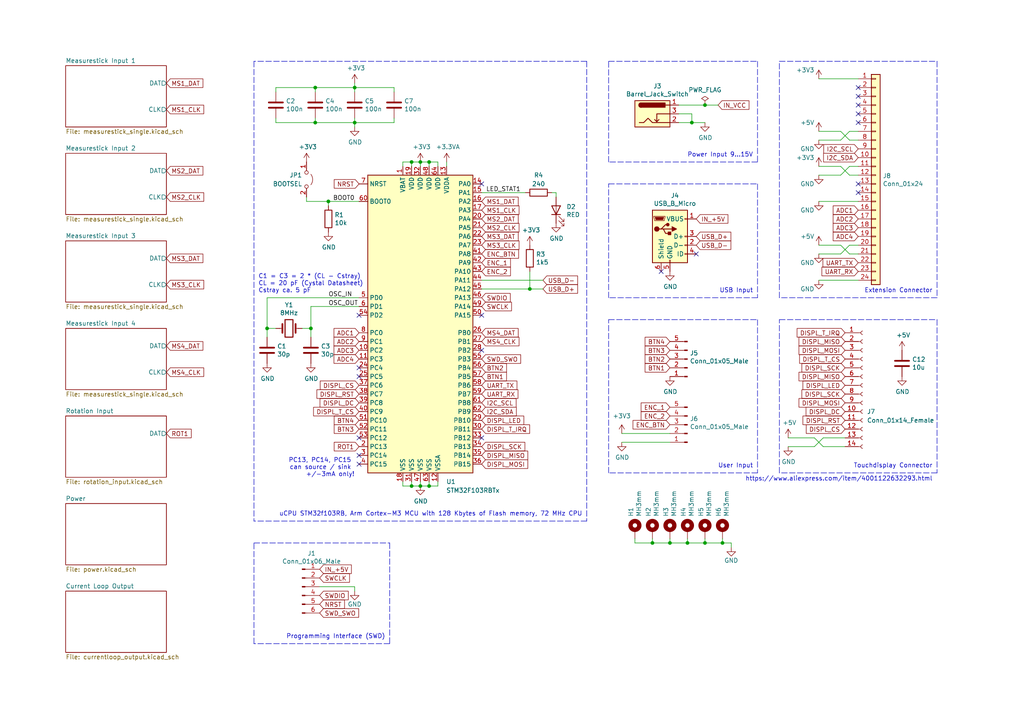
<source format=kicad_sch>
(kicad_sch (version 20211123) (generator eeschema)
  (paper "A4")
  (lib_symbols
    (symbol "Connector:Barrel_Jack_Switch" (pin_names hide)
      (property "Reference" "J" (at 0 5.334 0))
      (property "Value" "Barrel_Jack_Switch" (at 0 -5.08 0))
      (symbol "Barrel_Jack_Switch_1_1"
        (pin passive line (at 7.62 2.54 180) (length 2.54) (name "~") (number "1"))
        (pin passive line (at 7.62 -2.54 180) (length 2.54) (name "~") (number "2"))
        (pin passive line (at 7.62 0 180) (length 2.54) (name "~") (number "3"))
      )
    )
    (symbol "Connector:Conn_01x05_Male" (pin_names (offset 1.016) hide)
      (property "Reference" "J" (at 0 7.62 0))
      (property "Value" "Conn_01x05_Male" (at 0 -7.62 0))
      (symbol "Conn_01x05_Male_1_1"
        (pin passive line (at 5.08 5.08 180) (length 3.81) (name "Pin_1") (number "1"))
        (pin passive line (at 5.08 2.54 180) (length 3.81) (name "Pin_2") (number "2"))
        (pin passive line (at 5.08 0 180) (length 3.81) (name "Pin_3") (number "3"))
        (pin passive line (at 5.08 -2.54 180) (length 3.81) (name "Pin_4") (number "4"))
        (pin passive line (at 5.08 -5.08 180) (length 3.81) (name "Pin_5") (number "5"))
      )
    )
    (symbol "Connector:Conn_01x06_Male" (pin_names (offset 1.016) hide)
      (property "Reference" "J" (at 0 7.62 0))
      (property "Value" "Conn_01x06_Male" (at 0 -10.16 0))
      (symbol "Conn_01x06_Male_1_1"
        (pin passive line (at 5.08 5.08 180) (length 3.81) (name "Pin_1") (number "1"))
        (pin passive line (at 5.08 2.54 180) (length 3.81) (name "Pin_2") (number "2"))
        (pin passive line (at 5.08 0 180) (length 3.81) (name "Pin_3") (number "3"))
        (pin passive line (at 5.08 -2.54 180) (length 3.81) (name "Pin_4") (number "4"))
        (pin passive line (at 5.08 -5.08 180) (length 3.81) (name "Pin_5") (number "5"))
        (pin passive line (at 5.08 -7.62 180) (length 3.81) (name "Pin_6") (number "6"))
      )
    )
    (symbol "Connector:Conn_01x14_Female" (pin_names (offset 1.016) hide)
      (property "Reference" "J" (at 0 17.78 0))
      (property "Value" "Conn_01x14_Female" (at 0 -20.32 0))
      (symbol "Conn_01x14_Female_1_1"
        (pin passive line (at -5.08 15.24 0) (length 3.81) (name "Pin_1") (number "1"))
        (pin passive line (at -5.08 -7.62 0) (length 3.81) (name "Pin_10") (number "10"))
        (pin passive line (at -5.08 -10.16 0) (length 3.81) (name "Pin_11") (number "11"))
        (pin passive line (at -5.08 -12.7 0) (length 3.81) (name "Pin_12") (number "12"))
        (pin passive line (at -5.08 -15.24 0) (length 3.81) (name "Pin_13") (number "13"))
        (pin passive line (at -5.08 -17.78 0) (length 3.81) (name "Pin_14") (number "14"))
        (pin passive line (at -5.08 12.7 0) (length 3.81) (name "Pin_2") (number "2"))
        (pin passive line (at -5.08 10.16 0) (length 3.81) (name "Pin_3") (number "3"))
        (pin passive line (at -5.08 7.62 0) (length 3.81) (name "Pin_4") (number "4"))
        (pin passive line (at -5.08 5.08 0) (length 3.81) (name "Pin_5") (number "5"))
        (pin passive line (at -5.08 2.54 0) (length 3.81) (name "Pin_6") (number "6"))
        (pin passive line (at -5.08 0 0) (length 3.81) (name "Pin_7") (number "7"))
        (pin passive line (at -5.08 -2.54 0) (length 3.81) (name "Pin_8") (number "8"))
        (pin passive line (at -5.08 -5.08 0) (length 3.81) (name "Pin_9") (number "9"))
      )
    )
    (symbol "Connector_Generic:Conn_01x24" (pin_names (offset 1.016) hide)
      (property "Reference" "J" (at 0 30.48 0))
      (property "Value" "Conn_01x24" (at 0 -33.02 0))
      (symbol "Conn_01x24_1_1"
        (pin passive line (at -5.08 27.94 0) (length 3.81) (name "Pin_1") (number "1"))
        (pin passive line (at -5.08 5.08 0) (length 3.81) (name "Pin_10") (number "10"))
        (pin passive line (at -5.08 2.54 0) (length 3.81) (name "Pin_11") (number "11"))
        (pin passive line (at -5.08 0 0) (length 3.81) (name "Pin_12") (number "12"))
        (pin passive line (at -5.08 -2.54 0) (length 3.81) (name "Pin_13") (number "13"))
        (pin passive line (at -5.08 -5.08 0) (length 3.81) (name "Pin_14") (number "14"))
        (pin passive line (at -5.08 -7.62 0) (length 3.81) (name "Pin_15") (number "15"))
        (pin passive line (at -5.08 -10.16 0) (length 3.81) (name "Pin_16") (number "16"))
        (pin passive line (at -5.08 -12.7 0) (length 3.81) (name "Pin_17") (number "17"))
        (pin passive line (at -5.08 -15.24 0) (length 3.81) (name "Pin_18") (number "18"))
        (pin passive line (at -5.08 -17.78 0) (length 3.81) (name "Pin_19") (number "19"))
        (pin passive line (at -5.08 25.4 0) (length 3.81) (name "Pin_2") (number "2"))
        (pin passive line (at -5.08 -20.32 0) (length 3.81) (name "Pin_20") (number "20"))
        (pin passive line (at -5.08 -22.86 0) (length 3.81) (name "Pin_21") (number "21"))
        (pin passive line (at -5.08 -25.4 0) (length 3.81) (name "Pin_22") (number "22"))
        (pin passive line (at -5.08 -27.94 0) (length 3.81) (name "Pin_23") (number "23"))
        (pin passive line (at -5.08 -30.48 0) (length 3.81) (name "Pin_24") (number "24"))
        (pin passive line (at -5.08 22.86 0) (length 3.81) (name "Pin_3") (number "3"))
        (pin passive line (at -5.08 20.32 0) (length 3.81) (name "Pin_4") (number "4"))
        (pin passive line (at -5.08 17.78 0) (length 3.81) (name "Pin_5") (number "5"))
        (pin passive line (at -5.08 15.24 0) (length 3.81) (name "Pin_6") (number "6"))
        (pin passive line (at -5.08 12.7 0) (length 3.81) (name "Pin_7") (number "7"))
        (pin passive line (at -5.08 10.16 0) (length 3.81) (name "Pin_8") (number "8"))
        (pin passive line (at -5.08 7.62 0) (length 3.81) (name "Pin_9") (number "9"))
      )
    )
    (symbol "Device:C" (pin_numbers hide) (pin_names (offset 0.254))
      (property "Reference" "C" (at 0.635 2.54 0))
      (property "Value" "C" (at 0.635 -2.54 0))
      (symbol "C_1_1"
        (pin passive line (at 0 3.81 270) (length 2.794) (name "~") (number "1"))
        (pin passive line (at 0 -3.81 90) (length 2.794) (name "~") (number "2"))
      )
    )
    (symbol "Device:Crystal" (pin_numbers hide) (pin_names (offset 1.016) hide)
      (property "Reference" "Y" (at 0 3.81 0))
      (property "Value" "Crystal" (at 0 -3.81 0))
      (symbol "Crystal_1_1"
        (pin passive line (at -3.81 0 0) (length 1.27) (name "1") (number "1"))
        (pin passive line (at 3.81 0 180) (length 1.27) (name "2") (number "2"))
      )
    )
    (symbol "Device:LED" (pin_numbers hide) (pin_names (offset 1.016) hide)
      (property "Reference" "D" (at 0 2.54 0))
      (property "Value" "LED" (at 0 -2.54 0))
      (symbol "LED_1_1"
        (pin passive line (at -3.81 0 0) (length 2.54) (name "K") (number "1"))
        (pin passive line (at 3.81 0 180) (length 2.54) (name "A") (number "2"))
      )
    )
    (symbol "Device:R" (pin_numbers hide) (pin_names (offset 0))
      (property "Reference" "R" (at 2.032 0 90))
      (property "Value" "R" (at 0 0 90))
      (symbol "R_1_1"
        (pin passive line (at 0 3.81 270) (length 1.27) (name "~") (number "1"))
        (pin passive line (at 0 -3.81 90) (length 1.27) (name "~") (number "2"))
      )
    )
    (symbol "Jumper:Jumper_2_Open" (pin_names (offset 0) hide)
      (property "Reference" "JP" (at 0 2.794 0))
      (property "Value" "Jumper_2_Open" (at 0 -2.286 0))
      (symbol "Jumper_2_Open_1_1"
        (pin passive line (at -5.08 0 0) (length 2.54) (name "A") (number "1"))
        (pin passive line (at 5.08 0 180) (length 2.54) (name "B") (number "2"))
      )
    )
    (symbol "MCU_ST_STM32F1:STM32F103RBTx"
      (property "Reference" "U" (at -15.24 44.45 0))
      (property "Value" "STM32F103RBTx" (at 10.16 44.45 0))
      (symbol "STM32F103RBTx_1_1"
        (pin power_in line (at -5.08 45.72 270) (length 2.54) (name "VBAT") (number "1"))
        (pin bidirectional line (at -17.78 -7.62 0) (length 2.54) (name "PC2") (number "10"))
        (pin bidirectional line (at -17.78 -10.16 0) (length 2.54) (name "PC3") (number "11"))
        (pin power_in line (at 5.08 -45.72 90) (length 2.54) (name "VSSA") (number "12"))
        (pin power_in line (at 7.62 45.72 270) (length 2.54) (name "VDDA") (number "13"))
        (pin bidirectional line (at 17.78 40.64 180) (length 2.54) (name "PA0") (number "14"))
        (pin bidirectional line (at 17.78 38.1 180) (length 2.54) (name "PA1") (number "15"))
        (pin bidirectional line (at 17.78 35.56 180) (length 2.54) (name "PA2") (number "16"))
        (pin bidirectional line (at 17.78 33.02 180) (length 2.54) (name "PA3") (number "17"))
        (pin power_in line (at -5.08 -45.72 90) (length 2.54) (name "VSS") (number "18"))
        (pin power_in line (at -2.54 45.72 270) (length 2.54) (name "VDD") (number "19"))
        (pin bidirectional line (at -17.78 -35.56 0) (length 2.54) (name "PC13") (number "2"))
        (pin bidirectional line (at 17.78 30.48 180) (length 2.54) (name "PA4") (number "20"))
        (pin bidirectional line (at 17.78 27.94 180) (length 2.54) (name "PA5") (number "21"))
        (pin bidirectional line (at 17.78 25.4 180) (length 2.54) (name "PA6") (number "22"))
        (pin bidirectional line (at 17.78 22.86 180) (length 2.54) (name "PA7") (number "23"))
        (pin bidirectional line (at -17.78 -12.7 0) (length 2.54) (name "PC4") (number "24"))
        (pin bidirectional line (at -17.78 -15.24 0) (length 2.54) (name "PC5") (number "25"))
        (pin bidirectional line (at 17.78 -2.54 180) (length 2.54) (name "PB0") (number "26"))
        (pin bidirectional line (at 17.78 -5.08 180) (length 2.54) (name "PB1") (number "27"))
        (pin bidirectional line (at 17.78 -7.62 180) (length 2.54) (name "PB2") (number "28"))
        (pin bidirectional line (at 17.78 -27.94 180) (length 2.54) (name "PB10") (number "29"))
        (pin bidirectional line (at -17.78 -38.1 0) (length 2.54) (name "PC14") (number "3"))
        (pin bidirectional line (at 17.78 -30.48 180) (length 2.54) (name "PB11") (number "30"))
        (pin power_in line (at -2.54 -45.72 90) (length 2.54) (name "VSS") (number "31"))
        (pin power_in line (at 0 45.72 270) (length 2.54) (name "VDD") (number "32"))
        (pin bidirectional line (at 17.78 -33.02 180) (length 2.54) (name "PB12") (number "33"))
        (pin bidirectional line (at 17.78 -35.56 180) (length 2.54) (name "PB13") (number "34"))
        (pin bidirectional line (at 17.78 -38.1 180) (length 2.54) (name "PB14") (number "35"))
        (pin bidirectional line (at 17.78 -40.64 180) (length 2.54) (name "PB15") (number "36"))
        (pin bidirectional line (at -17.78 -17.78 0) (length 2.54) (name "PC6") (number "37"))
        (pin bidirectional line (at -17.78 -20.32 0) (length 2.54) (name "PC7") (number "38"))
        (pin bidirectional line (at -17.78 -22.86 0) (length 2.54) (name "PC8") (number "39"))
        (pin bidirectional line (at -17.78 -40.64 0) (length 2.54) (name "PC15") (number "4"))
        (pin bidirectional line (at -17.78 -25.4 0) (length 2.54) (name "PC9") (number "40"))
        (pin bidirectional line (at 17.78 20.32 180) (length 2.54) (name "PA8") (number "41"))
        (pin bidirectional line (at 17.78 17.78 180) (length 2.54) (name "PA9") (number "42"))
        (pin bidirectional line (at 17.78 15.24 180) (length 2.54) (name "PA10") (number "43"))
        (pin bidirectional line (at 17.78 12.7 180) (length 2.54) (name "PA11") (number "44"))
        (pin bidirectional line (at 17.78 10.16 180) (length 2.54) (name "PA12") (number "45"))
        (pin bidirectional line (at 17.78 7.62 180) (length 2.54) (name "PA13") (number "46"))
        (pin power_in line (at 0 -45.72 90) (length 2.54) (name "VSS") (number "47"))
        (pin power_in line (at 2.54 45.72 270) (length 2.54) (name "VDD") (number "48"))
        (pin bidirectional line (at 17.78 5.08 180) (length 2.54) (name "PA14") (number "49"))
        (pin input line (at -17.78 7.62 0) (length 2.54) (name "PD0") (number "5"))
        (pin bidirectional line (at 17.78 2.54 180) (length 2.54) (name "PA15") (number "50"))
        (pin bidirectional line (at -17.78 -27.94 0) (length 2.54) (name "PC10") (number "51"))
        (pin bidirectional line (at -17.78 -30.48 0) (length 2.54) (name "PC11") (number "52"))
        (pin bidirectional line (at -17.78 -33.02 0) (length 2.54) (name "PC12") (number "53"))
        (pin bidirectional line (at -17.78 2.54 0) (length 2.54) (name "PD2") (number "54"))
        (pin bidirectional line (at 17.78 -10.16 180) (length 2.54) (name "PB3") (number "55"))
        (pin bidirectional line (at 17.78 -12.7 180) (length 2.54) (name "PB4") (number "56"))
        (pin bidirectional line (at 17.78 -15.24 180) (length 2.54) (name "PB5") (number "57"))
        (pin bidirectional line (at 17.78 -17.78 180) (length 2.54) (name "PB6") (number "58"))
        (pin bidirectional line (at 17.78 -20.32 180) (length 2.54) (name "PB7") (number "59"))
        (pin input line (at -17.78 5.08 0) (length 2.54) (name "PD1") (number "6"))
        (pin input line (at -17.78 35.56 0) (length 2.54) (name "BOOT0") (number "60"))
        (pin bidirectional line (at 17.78 -22.86 180) (length 2.54) (name "PB8") (number "61"))
        (pin bidirectional line (at 17.78 -25.4 180) (length 2.54) (name "PB9") (number "62"))
        (pin power_in line (at 2.54 -45.72 90) (length 2.54) (name "VSS") (number "63"))
        (pin power_in line (at 5.08 45.72 270) (length 2.54) (name "VDD") (number "64"))
        (pin input line (at -17.78 40.64 0) (length 2.54) (name "NRST") (number "7"))
        (pin bidirectional line (at -17.78 -2.54 0) (length 2.54) (name "PC0") (number "8"))
        (pin bidirectional line (at -17.78 -5.08 0) (length 2.54) (name "PC1") (number "9"))
      )
    )
    (symbol "Mechanical:MountingHole_Pad" (pin_numbers hide) (pin_names (offset 1.016) hide)
      (property "Reference" "H" (at 0 6.35 0))
      (property "Value" "MountingHole_Pad" (at 0 4.445 0))
      (symbol "MountingHole_Pad_1_1"
        (pin input line (at 0 -2.54 90) (length 2.54) (name "1") (number "1"))
      )
    )
    (symbol "lathecontrol_stm32-rescue:USB_B_Micro-Connector" (pin_names (offset 1.016))
      (property "Reference" "J" (at -5.08 11.43 0))
      (property "Value" "lathecontrol_stm32-rescue_USB_B_Micro-Connector" (at -5.08 8.89 0))
      (symbol "USB_B_Micro-Connector_1_1"
        (pin power_out line (at 7.62 5.08 180) (length 2.54) (name "VBUS") (number "1"))
        (pin passive line (at 7.62 -2.54 180) (length 2.54) (name "D-") (number "2"))
        (pin passive line (at 7.62 0 180) (length 2.54) (name "D+") (number "3"))
        (pin passive line (at 7.62 -5.08 180) (length 2.54) (name "ID") (number "4"))
        (pin power_out line (at 0 -10.16 90) (length 2.54) (name "GND") (number "5"))
        (pin passive line (at -2.54 -10.16 90) (length 2.54) (name "Shield") (number "6"))
      )
    )
    (symbol "power:+3.3V" (power) (pin_names (offset 0))
      (property "Value" "+3.3V" (at 0 3.556 0))
      (symbol "+3.3V_1_1"
        (pin power_in line (at 0 0 90) (length 0) hide (name "+3V3") (number "1"))
      )
    )
    (symbol "power:+3.3VA" (power) (pin_names (offset 0))
      (property "Value" "+3.3VA" (at 0 3.556 0))
      (symbol "+3.3VA_1_1"
        (pin power_in line (at 0 0 90) (length 0) hide (name "+3.3VA") (number "1"))
      )
    )
    (symbol "power:+5V" (power) (pin_names (offset 0))
      (property "Value" "+5V" (at 0 3.556 0))
      (symbol "+5V_1_1"
        (pin power_in line (at 0 0 90) (length 0) hide (name "+5V") (number "1"))
      )
    )
    (symbol "power:GND" (power) (pin_names (offset 0))
      (property "Value" "GND" (at 0 -3.81 0))
      (symbol "GND_1_1"
        (pin power_in line (at 0 0 270) (length 0) hide (name "GND") (number "1"))
      )
    )
    (symbol "power:PWR_FLAG" (power) (pin_numbers hide) (pin_names (offset 0) hide)
      (property "Value" "PWR_FLAG" (at 0 3.81 0))
      (symbol "PWR_FLAG_0_0"
        (pin power_out line (at 0 0 90) (length 0) (name "pwr") (number "1"))
      )
    )
  )
  (junction (at 194.31 157.48))
  (junction (at 209.55 157.48))
  (junction (at 204.47 30.48))
  (junction (at 199.39 157.48))
  (junction (at 153.67 83.82))
  (junction (at 102.87 25.4))
  (junction (at 121.92 140.97))
  (junction (at 102.87 35.56))
  (junction (at 95.25 58.42))
  (junction (at 204.47 157.48))
  (junction (at 77.47 95.25))
  (junction (at 90.17 95.25))
  (junction (at 119.38 140.97))
  (junction (at 91.44 25.4))
  (junction (at 121.92 46.99))
  (junction (at 91.44 35.56))
  (junction (at 189.23 157.48))
  (junction (at 200.66 35.56))
  (junction (at 124.46 46.99))
  (junction (at 119.38 46.99))
  (junction (at 124.46 140.97))
  (no_connect (at 201.93 73.66))
  (no_connect (at 248.92 55.88))
  (no_connect (at 104.14 127))
  (no_connect (at 248.92 33.02))
  (no_connect (at 104.14 106.68))
  (no_connect (at 248.92 53.34))
  (no_connect (at 104.14 134.62))
  (no_connect (at 139.7 53.34))
  (no_connect (at 104.14 109.22))
  (no_connect (at 248.92 25.4))
  (no_connect (at 104.14 91.44))
  (no_connect (at 104.14 132.08))
  (no_connect (at 191.77 78.74))
  (no_connect (at 139.7 127))
  (no_connect (at 248.92 27.94))
  (no_connect (at 248.92 35.56))
  (no_connect (at 248.92 30.48))
  (no_connect (at 139.7 91.44))
  (no_connect (at 139.7 101.6))
  (wire (pts (xy 90.17 88.9) (xy 104.14 88.9)))
  (wire (pts (xy 208.28 30.48) (xy 204.47 30.48)))
  (wire (pts (xy 184.15 156.21) (xy 184.15 157.48)))
  (wire (pts (xy 228.6 127) (xy 236.22 127)))
  (wire (pts (xy 153.67 83.82) (xy 139.7 83.82)))
  (wire (pts (xy 237.49 38.1) (xy 243.84 38.1)))
  (wire (pts (xy 80.01 25.4) (xy 91.44 25.4)))
  (wire (pts (xy 80.01 26.67) (xy 80.01 25.4)))
  (wire (pts (xy 121.92 46.99) (xy 124.46 46.99)))
  (polyline (pts (xy 271.78 86.36) (xy 226.06 86.36)))
  (wire (pts (xy 196.85 33.02) (xy 200.66 33.02)))
  (wire (pts (xy 91.44 25.4) (xy 102.87 25.4)))
  (wire (pts (xy 200.66 35.56) (xy 204.47 35.56)))
  (wire (pts (xy 90.17 95.25) (xy 90.17 88.9)))
  (wire (pts (xy 77.47 86.36) (xy 77.47 95.25)))
  (wire (pts (xy 129.54 46.99) (xy 129.54 48.26)))
  (wire (pts (xy 243.84 48.26) (xy 246.38 50.8)))
  (wire (pts (xy 204.47 157.48) (xy 209.55 157.48)))
  (polyline (pts (xy 271.78 137.16) (xy 226.06 137.16)))
  (polyline (pts (xy 73.66 17.78) (xy 73.66 151.13)))
  (wire (pts (xy 91.44 26.67) (xy 91.44 25.4)))
  (wire (pts (xy 121.92 140.97) (xy 119.38 140.97)))
  (wire (pts (xy 102.87 25.4) (xy 114.3 25.4)))
  (wire (pts (xy 157.48 81.28) (xy 139.7 81.28)))
  (wire (pts (xy 248.92 58.42) (xy 237.49 58.42)))
  (polyline (pts (xy 176.53 53.34) (xy 219.71 53.34)))
  (wire (pts (xy 95.25 58.42) (xy 95.25 59.69)))
  (wire (pts (xy 184.15 157.48) (xy 189.23 157.48)))
  (polyline (pts (xy 226.06 92.71) (xy 271.78 92.71)))
  (polyline (pts (xy 226.06 137.16) (xy 226.06 92.71)))
  (wire (pts (xy 119.38 46.99) (xy 121.92 46.99)))
  (wire (pts (xy 119.38 140.97) (xy 116.84 140.97)))
  (wire (pts (xy 199.39 157.48) (xy 199.39 156.21)))
  (polyline (pts (xy 170.18 17.78) (xy 170.18 151.13)))
  (polyline (pts (xy 271.78 92.71) (xy 271.78 137.16)))
  (wire (pts (xy 236.22 129.54) (xy 238.76 127)))
  (wire (pts (xy 236.22 127) (xy 238.76 129.54)))
  (wire (pts (xy 153.67 78.74) (xy 153.67 83.82)))
  (polyline (pts (xy 176.53 17.78) (xy 219.71 17.78)))
  (polyline (pts (xy 73.66 157.48) (xy 113.03 157.48)))
  (wire (pts (xy 194.31 156.21) (xy 194.31 157.48)))
  (wire (pts (xy 237.49 50.8) (xy 243.84 50.8)))
  (wire (pts (xy 95.25 58.42) (xy 88.9 58.42)))
  (polyline (pts (xy 113.03 157.48) (xy 113.03 186.69)))
  (wire (pts (xy 180.34 128.27) (xy 194.31 128.27)))
  (wire (pts (xy 91.44 35.56) (xy 102.87 35.56)))
  (wire (pts (xy 121.92 140.97) (xy 124.46 140.97)))
  (wire (pts (xy 80.01 34.29) (xy 80.01 35.56)))
  (wire (pts (xy 243.84 71.12) (xy 246.38 73.66)))
  (wire (pts (xy 124.46 46.99) (xy 127 46.99)))
  (wire (pts (xy 104.14 58.42) (xy 95.25 58.42)))
  (polyline (pts (xy 271.78 17.78) (xy 271.78 86.36)))
  (wire (pts (xy 160.02 55.88) (xy 161.29 55.88)))
  (wire (pts (xy 77.47 95.25) (xy 80.01 95.25)))
  (wire (pts (xy 87.63 95.25) (xy 90.17 95.25)))
  (wire (pts (xy 102.87 34.29) (xy 102.87 35.56)))
  (polyline (pts (xy 176.53 46.99) (xy 176.53 17.78)))
  (wire (pts (xy 243.84 38.1) (xy 246.38 40.64)))
  (polyline (pts (xy 219.71 92.71) (xy 219.71 137.16)))
  (wire (pts (xy 246.38 40.64) (xy 248.92 40.64)))
  (wire (pts (xy 80.01 35.56) (xy 91.44 35.56)))
  (wire (pts (xy 119.38 46.99) (xy 119.38 48.26)))
  (wire (pts (xy 116.84 140.97) (xy 116.84 139.7)))
  (wire (pts (xy 161.29 55.88) (xy 161.29 57.15)))
  (wire (pts (xy 243.84 40.64) (xy 246.38 38.1)))
  (wire (pts (xy 124.46 140.97) (xy 127 140.97)))
  (wire (pts (xy 102.87 35.56) (xy 114.3 35.56)))
  (polyline (pts (xy 176.53 137.16) (xy 176.53 92.71)))
  (wire (pts (xy 121.92 46.99) (xy 121.92 48.26)))
  (wire (pts (xy 199.39 157.48) (xy 204.47 157.48)))
  (wire (pts (xy 248.92 22.86) (xy 237.49 22.86)))
  (wire (pts (xy 246.38 38.1) (xy 248.92 38.1)))
  (wire (pts (xy 228.6 129.54) (xy 236.22 129.54)))
  (wire (pts (xy 121.92 139.7) (xy 121.92 140.97)))
  (wire (pts (xy 238.76 129.54) (xy 245.11 129.54)))
  (wire (pts (xy 196.85 35.56) (xy 200.66 35.56)))
  (polyline (pts (xy 170.18 17.78) (xy 73.66 17.78)))
  (polyline (pts (xy 176.53 86.36) (xy 176.53 53.34)))
  (polyline (pts (xy 176.53 92.71) (xy 219.71 92.71)))
  (polyline (pts (xy 73.66 186.69) (xy 73.66 157.48)))
  (polyline (pts (xy 226.06 86.36) (xy 226.06 17.78)))
  (wire (pts (xy 124.46 140.97) (xy 124.46 139.7)))
  (wire (pts (xy 237.49 71.12) (xy 243.84 71.12)))
  (wire (pts (xy 119.38 46.99) (xy 116.84 46.99)))
  (polyline (pts (xy 219.71 137.16) (xy 176.53 137.16)))
  (wire (pts (xy 77.47 97.79) (xy 77.47 95.25)))
  (polyline (pts (xy 219.71 17.78) (xy 219.71 46.99)))
  (wire (pts (xy 91.44 34.29) (xy 91.44 35.56)))
  (polyline (pts (xy 219.71 46.99) (xy 176.53 46.99)))
  (wire (pts (xy 102.87 36.83) (xy 102.87 35.56)))
  (wire (pts (xy 194.31 157.48) (xy 199.39 157.48)))
  (wire (pts (xy 102.87 170.18) (xy 102.87 171.45)))
  (wire (pts (xy 102.87 26.67) (xy 102.87 25.4)))
  (wire (pts (xy 200.66 33.02) (xy 200.66 35.56)))
  (wire (pts (xy 104.14 86.36) (xy 77.47 86.36)))
  (wire (pts (xy 127 46.99) (xy 127 48.26)))
  (wire (pts (xy 102.87 24.13) (xy 102.87 25.4)))
  (wire (pts (xy 212.09 157.48) (xy 212.09 158.75)))
  (wire (pts (xy 246.38 48.26) (xy 248.92 48.26)))
  (wire (pts (xy 246.38 73.66) (xy 248.92 73.66)))
  (wire (pts (xy 119.38 139.7) (xy 119.38 140.97)))
  (wire (pts (xy 209.55 157.48) (xy 212.09 157.48)))
  (wire (pts (xy 189.23 156.21) (xy 189.23 157.48)))
  (wire (pts (xy 90.17 95.25) (xy 90.17 97.79)))
  (wire (pts (xy 92.71 170.18) (xy 102.87 170.18)))
  (wire (pts (xy 237.49 40.64) (xy 243.84 40.64)))
  (wire (pts (xy 116.84 46.99) (xy 116.84 48.26)))
  (wire (pts (xy 189.23 157.48) (xy 194.31 157.48)))
  (wire (pts (xy 238.76 127) (xy 245.11 127)))
  (wire (pts (xy 237.49 73.66) (xy 243.84 73.66)))
  (polyline (pts (xy 170.18 151.13) (xy 73.66 151.13)))
  (wire (pts (xy 114.3 26.67) (xy 114.3 25.4)))
  (wire (pts (xy 243.84 50.8) (xy 246.38 48.26)))
  (wire (pts (xy 127 140.97) (xy 127 139.7)))
  (wire (pts (xy 139.7 55.88) (xy 152.4 55.88)))
  (polyline (pts (xy 219.71 86.36) (xy 176.53 86.36)))
  (wire (pts (xy 209.55 157.48) (xy 209.55 156.21)))
  (polyline (pts (xy 113.03 186.69) (xy 73.66 186.69)))
  (wire (pts (xy 196.85 30.48) (xy 204.47 30.48)))
  (polyline (pts (xy 219.71 53.34) (xy 219.71 86.36)))
  (wire (pts (xy 246.38 71.12) (xy 248.92 71.12)))
  (wire (pts (xy 88.9 58.42) (xy 88.9 57.15)))
  (wire (pts (xy 237.49 48.26) (xy 243.84 48.26)))
  (wire (pts (xy 246.38 50.8) (xy 248.92 50.8)))
  (wire (pts (xy 243.84 73.66) (xy 246.38 71.12)))
  (polyline (pts (xy 226.06 17.78) (xy 271.78 17.78)))
  (wire (pts (xy 204.47 157.48) (xy 204.47 156.21)))
  (wire (pts (xy 114.3 34.29) (xy 114.3 35.56)))
  (wire (pts (xy 194.31 125.73) (xy 180.34 125.73)))
  (wire (pts (xy 124.46 46.99) (xy 124.46 48.26)))
  (wire (pts (xy 237.49 81.28) (xy 248.92 81.28)))
  (wire (pts (xy 157.48 83.82) (xy 153.67 83.82)))
  (text "PC13, PC14, PC15 \ncan source / sink \n+/-3mA only!\n" (at 102.87 138.43 0) (effects (font (size 1.27 1.27)) (justify right bottom)))
  (text "https://www.aliexpress.com/item/4001122632293.html" (at 270.51 139.7 0) (effects (font (size 1.27 1.27)) (justify right bottom)))
  (text "USB Input" (at 218.44 85.09 180) (effects (font (size 1.27 1.27)) (justify right bottom)))
  (text "Touchdisplay Connector" (at 270.51 135.89 180) (effects (font (size 1.27 1.27)) (justify right bottom)))
  (text "Power Input 9...15V" (at 218.44 45.72 180) (effects (font (size 1.27 1.27)) (justify right bottom)))
  (text "Programming Interface (SWD)" (at 111.76 185.42 180) (effects (font (size 1.27 1.27)) (justify right bottom)))
  (text "uCPU STM32f103RB, Arm Cortex-M3 MCU with 128 Kbytes of Flash memory, 72 MHz CPU" (at 168.91 149.86 0) (effects (font (size 1.27 1.27)) (justify right bottom)))
  (text "User Input" (at 218.44 135.89 180) (effects (font (size 1.27 1.27)) (justify right bottom)))
  (text "Extension Connector" (at 270.51 85.09 180) (effects (font (size 1.27 1.27)) (justify right bottom)))
  (text "C1 = C3 = 2 * (CL - Cstray)\nCL = 20 pF (Cystal Datasheet)\nCstray ca. 5 pF" (at 74.93 85.09 0) (effects (font (size 1.27 1.27)) (justify left bottom)))
  (label "OSC_OUT" (at 95.25 88.9 0))
  (label "BOOT0" (at 102.87 58.42 180))
  (label "LED_STAT1" (at 140.97 55.88 0))
  (label "OSC_IN" (at 95.25 86.36 0))
  (global_label "SWD_SWO" (shape input) (at 139.7 104.14 0) (property "Intersheet References" "${INTERSHEET_REFS}" (effects hide)))
  (global_label "ENC_1" (shape input) (at 139.7 76.2 0) (property "Intersheet References" "${INTERSHEET_REFS}" (effects hide)))
  (global_label "ENC_2" (shape input) (at 194.31 120.65 180) (property "Intersheet References" "${INTERSHEET_REFS}" (effects hide)))
  (global_label "DISPL_LED" (shape input) (at 139.7 121.92 0) (property "Intersheet References" "${INTERSHEET_REFS}" (effects hide)))
  (global_label "DISPL_MISO" (shape input) (at 139.7 132.08 0) (property "Intersheet References" "${INTERSHEET_REFS}" (effects hide)))
  (global_label "MS3_DAT" (shape input) (at 48.26 74.93 0) (property "Intersheet References" "${INTERSHEET_REFS}" (effects hide)))
  (global_label "ENC_BTN" (shape input) (at 194.31 123.19 180) (property "Intersheet References" "${INTERSHEET_REFS}" (effects hide)))
  (global_label "IN_VCC" (shape input) (at 208.28 30.48 0) (property "Intersheet References" "${INTERSHEET_REFS}" (effects hide)))
  (global_label "DISPL_T_IRQ" (shape input) (at 139.7 124.46 0) (property "Intersheet References" "${INTERSHEET_REFS}" (effects hide)))
  (global_label "I2C_SCL" (shape input) (at 248.92 43.18 180) (property "Intersheet References" "${INTERSHEET_REFS}" (effects hide)))
  (global_label "DISPL_LED" (shape input) (at 245.11 111.76 180) (property "Intersheet References" "${INTERSHEET_REFS}" (effects hide)))
  (global_label "DISPL_CS" (shape input) (at 104.14 111.76 180) (property "Intersheet References" "${INTERSHEET_REFS}" (effects hide)))
  (global_label "MS1_DAT" (shape input) (at 48.26 24.13 0) (property "Intersheet References" "${INTERSHEET_REFS}" (effects hide)))
  (global_label "BTN3" (shape input) (at 194.31 101.6 180) (property "Intersheet References" "${INTERSHEET_REFS}" (effects hide)))
  (global_label "MS2_CLK" (shape input) (at 48.26 57.15 0) (property "Intersheet References" "${INTERSHEET_REFS}" (effects hide)))
  (global_label "ADC3" (shape input) (at 248.92 66.04 180) (property "Intersheet References" "${INTERSHEET_REFS}" (effects hide)))
  (global_label "DISPL_DC" (shape input) (at 245.11 119.38 180) (property "Intersheet References" "${INTERSHEET_REFS}" (effects hide)))
  (global_label "SWDIO" (shape input) (at 139.7 86.36 0) (property "Intersheet References" "${INTERSHEET_REFS}" (effects hide)))
  (global_label "ENC_1" (shape input) (at 194.31 118.11 180) (property "Intersheet References" "${INTERSHEET_REFS}" (effects hide)))
  (global_label "BTN2" (shape input) (at 139.7 106.68 0) (property "Intersheet References" "${INTERSHEET_REFS}" (effects hide)))
  (global_label "USB_D-" (shape input) (at 201.93 71.12 0) (property "Intersheet References" "${INTERSHEET_REFS}" (effects hide)))
  (global_label "DISPL_DC" (shape input) (at 104.14 116.84 180) (property "Intersheet References" "${INTERSHEET_REFS}" (effects hide)))
  (global_label "ROT1" (shape input) (at 104.14 129.54 180) (property "Intersheet References" "${INTERSHEET_REFS}" (effects hide)))
  (global_label "BTN2" (shape input) (at 194.31 104.14 180) (property "Intersheet References" "${INTERSHEET_REFS}" (effects hide)))
  (global_label "ADC2" (shape input) (at 248.92 63.5 180) (property "Intersheet References" "${INTERSHEET_REFS}" (effects hide)))
  (global_label "I2C_SCL" (shape input) (at 139.7 116.84 0) (property "Intersheet References" "${INTERSHEET_REFS}" (effects hide)))
  (global_label "DISPL_RST" (shape input) (at 245.11 121.92 180) (property "Intersheet References" "${INTERSHEET_REFS}" (effects hide)))
  (global_label "USB_D+" (shape input) (at 157.48 83.82 0) (property "Intersheet References" "${INTERSHEET_REFS}" (effects hide)))
  (global_label "ADC1" (shape input) (at 248.92 60.96 180) (property "Intersheet References" "${INTERSHEET_REFS}" (effects hide)))
  (global_label "DISPL_SCK" (shape input) (at 245.11 114.3 180) (property "Intersheet References" "${INTERSHEET_REFS}" (effects hide)))
  (global_label "USB_D+" (shape input) (at 201.93 68.58 0) (property "Intersheet References" "${INTERSHEET_REFS}" (effects hide)))
  (global_label "MS2_DAT" (shape input) (at 48.26 49.53 0) (property "Intersheet References" "${INTERSHEET_REFS}" (effects hide)))
  (global_label "DISPL_SCK" (shape input) (at 245.11 106.68 180) (property "Intersheet References" "${INTERSHEET_REFS}" (effects hide)))
  (global_label "MS1_CLK" (shape input) (at 48.26 31.75 0) (property "Intersheet References" "${INTERSHEET_REFS}" (effects hide)))
  (global_label "DISPL_MOSI" (shape input) (at 139.7 134.62 0) (property "Intersheet References" "${INTERSHEET_REFS}" (effects hide)))
  (global_label "MS3_CLK" (shape input) (at 139.7 71.12 0) (property "Intersheet References" "${INTERSHEET_REFS}" (effects hide)))
  (global_label "SWCLK" (shape input) (at 92.71 167.64 0) (property "Intersheet References" "${INTERSHEET_REFS}" (effects hide)))
  (global_label "ENC_2" (shape input) (at 139.7 78.74 0) (property "Intersheet References" "${INTERSHEET_REFS}" (effects hide)))
  (global_label "MS2_CLK" (shape input) (at 139.7 66.04 0) (property "Intersheet References" "${INTERSHEET_REFS}" (effects hide)))
  (global_label "MS4_DAT" (shape input) (at 48.26 100.33 0) (property "Intersheet References" "${INTERSHEET_REFS}" (effects hide)))
  (global_label "UART_TX" (shape input) (at 139.7 111.76 0) (property "Intersheet References" "${INTERSHEET_REFS}" (effects hide)))
  (global_label "I2C_SDA" (shape input) (at 139.7 119.38 0) (property "Intersheet References" "${INTERSHEET_REFS}" (effects hide)))
  (global_label "ROT1" (shape input) (at 48.26 125.73 0) (property "Intersheet References" "${INTERSHEET_REFS}" (effects hide)))
  (global_label "BTN1" (shape input) (at 139.7 109.22 0) (property "Intersheet References" "${INTERSHEET_REFS}" (effects hide)))
  (global_label "DISPL_RST" (shape input) (at 104.14 114.3 180) (property "Intersheet References" "${INTERSHEET_REFS}" (effects hide)))
  (global_label "DISPL_MOSI" (shape input) (at 245.11 101.6 180) (property "Intersheet References" "${INTERSHEET_REFS}" (effects hide)))
  (global_label "NRST" (shape input) (at 104.14 53.34 180) (property "Intersheet References" "${INTERSHEET_REFS}" (effects hide)))
  (global_label "SWCLK" (shape input) (at 139.7 88.9 0) (property "Intersheet References" "${INTERSHEET_REFS}" (effects hide)))
  (global_label "NRST" (shape input) (at 92.71 175.26 0) (property "Intersheet References" "${INTERSHEET_REFS}" (effects hide)))
  (global_label "ADC2" (shape input) (at 104.14 99.06 180) (property "Intersheet References" "${INTERSHEET_REFS}" (effects hide)))
  (global_label "ENC_BTN" (shape input) (at 139.7 73.66 0) (property "Intersheet References" "${INTERSHEET_REFS}" (effects hide)))
  (global_label "DISPL_CS" (shape input) (at 245.11 124.46 180) (property "Intersheet References" "${INTERSHEET_REFS}" (effects hide)))
  (global_label "MS4_CLK" (shape input) (at 48.26 107.95 0) (property "Intersheet References" "${INTERSHEET_REFS}" (effects hide)))
  (global_label "SWDIO" (shape input) (at 92.71 172.72 0) (property "Intersheet References" "${INTERSHEET_REFS}" (effects hide)))
  (global_label "DISPL_T_CS" (shape input) (at 245.11 104.14 180) (property "Intersheet References" "${INTERSHEET_REFS}" (effects hide)))
  (global_label "MS3_CLK" (shape input) (at 48.26 82.55 0) (property "Intersheet References" "${INTERSHEET_REFS}" (effects hide)))
  (global_label "MS2_DAT" (shape input) (at 139.7 63.5 0) (property "Intersheet References" "${INTERSHEET_REFS}" (effects hide)))
  (global_label "MS1_CLK" (shape input) (at 139.7 60.96 0) (property "Intersheet References" "${INTERSHEET_REFS}" (effects hide)))
  (global_label "ADC4" (shape input) (at 248.92 68.58 180) (property "Intersheet References" "${INTERSHEET_REFS}" (effects hide)))
  (global_label "MS3_DAT" (shape input) (at 139.7 68.58 0) (property "Intersheet References" "${INTERSHEET_REFS}" (effects hide)))
  (global_label "USB_D-" (shape input) (at 157.48 81.28 0) (property "Intersheet References" "${INTERSHEET_REFS}" (effects hide)))
  (global_label "BTN3" (shape input) (at 104.14 124.46 180) (property "Intersheet References" "${INTERSHEET_REFS}" (effects hide)))
  (global_label "DISPL_MISO" (shape input) (at 245.11 109.22 180) (property "Intersheet References" "${INTERSHEET_REFS}" (effects hide)))
  (global_label "UART_TX" (shape input) (at 248.92 76.2 180) (property "Intersheet References" "${INTERSHEET_REFS}" (effects hide)))
  (global_label "DISPL_MOSI" (shape input) (at 245.11 116.84 180) (property "Intersheet References" "${INTERSHEET_REFS}" (effects hide)))
  (global_label "UART_RX" (shape input) (at 248.92 78.74 180) (property "Intersheet References" "${INTERSHEET_REFS}" (effects hide)))
  (global_label "DISPL_T_IRQ" (shape input) (at 245.11 96.52 180) (property "Intersheet References" "${INTERSHEET_REFS}" (effects hide)))
  (global_label "UART_RX" (shape input) (at 139.7 114.3 0) (property "Intersheet References" "${INTERSHEET_REFS}" (effects hide)))
  (global_label "BTN4" (shape input) (at 194.31 99.06 180) (property "Intersheet References" "${INTERSHEET_REFS}" (effects hide)))
  (global_label "IN_+5V" (shape input) (at 201.93 63.5 0) (property "Intersheet References" "${INTERSHEET_REFS}" (effects hide)))
  (global_label "MS1_DAT" (shape input) (at 139.7 58.42 0) (property "Intersheet References" "${INTERSHEET_REFS}" (effects hide)))
  (global_label "ADC4" (shape input) (at 104.14 104.14 180) (property "Intersheet References" "${INTERSHEET_REFS}" (effects hide)))
  (global_label "I2C_SDA" (shape input) (at 248.92 45.72 180) (property "Intersheet References" "${INTERSHEET_REFS}" (effects hide)))
  (global_label "ADC1" (shape input) (at 104.14 96.52 180) (property "Intersheet References" "${INTERSHEET_REFS}" (effects hide)))
  (global_label "DISPL_MISO" (shape input) (at 245.11 99.06 180) (property "Intersheet References" "${INTERSHEET_REFS}" (effects hide)))
  (global_label "BTN1" (shape input) (at 194.31 106.68 180) (property "Intersheet References" "${INTERSHEET_REFS}" (effects hide)))
  (global_label "IN_+5V" (shape input) (at 92.71 165.1 0) (property "Intersheet References" "${INTERSHEET_REFS}" (effects hide)))
  (global_label "DISPL_T_CS" (shape input) (at 104.14 119.38 180) (property "Intersheet References" "${INTERSHEET_REFS}" (effects hide)))
  (global_label "ADC3" (shape input) (at 104.14 101.6 180) (property "Intersheet References" "${INTERSHEET_REFS}" (effects hide)))
  (global_label "MS4_DAT" (shape input) (at 139.7 96.52 0) (property "Intersheet References" "${INTERSHEET_REFS}" (effects hide)))
  (global_label "BTN4" (shape input) (at 104.14 121.92 180) (property "Intersheet References" "${INTERSHEET_REFS}" (effects hide)))
  (global_label "DISPL_SCK" (shape input) (at 139.7 129.54 0) (property "Intersheet References" "${INTERSHEET_REFS}" (effects hide)))
  (global_label "SWD_SWO" (shape input) (at 92.71 177.8 0) (property "Intersheet References" "${INTERSHEET_REFS}" (effects hide)))
  (global_label "MS4_CLK" (shape input) (at 139.7 99.06 0) (property "Intersheet References" "${INTERSHEET_REFS}" (effects hide)))
  (symbol (lib_id "power:GND") (at 121.92 140.97 0) (unit 1)
    (property "Reference" "#PWR08" (effects hide))
    (property "Value" "GND" (at 122.047 145.3642 0))
  )
  (symbol (lib_id "power:+3.3V") (at 121.92 46.99 0) (unit 1)
    (property "Reference" "#PWR09" (effects hide))
    (property "Value" "+3.3V" (at 122.301 42.5958 0))
  )
  (symbol (lib_id "power:+3.3V") (at 102.87 24.13 0) (unit 1)
    (property "Reference" "#PWR06" (effects hide))
    (property "Value" "+3.3V" (at 103.251 19.7358 0))
  )
  (symbol (lib_id "power:GND") (at 102.87 36.83 0) (unit 1)
    (property "Reference" "#PWR07" (effects hide))
    (property "Value" "GND" (at 102.997 41.2242 0))
  )
  (symbol (lib_id "Device:C") (at 102.87 30.48 0) (unit 1)
    (property "Reference" "C5" (at 105.791 29.3116 0) (effects (justify left)))
    (property "Value" "100n" (at 105.791 31.623 0) (effects (justify left)))
    (property "Footprint" "Capacitor_SMD:C_0603_1608Metric" (effects hide))
    (property "Datasheet" "https://datasheet.lcsc.com/szlcsc/YAGEO-CC0603KRX7R9BB104_C14663.pdf" (effects hide))
    (property "LCSC" "C14663" (effects hide))
  )
  (symbol (lib_id "Device:C") (at 91.44 30.48 0) (unit 1)
    (property "Reference" "C4" (at 94.361 29.3116 0) (effects (justify left)))
    (property "Value" "100n" (at 94.361 31.623 0) (effects (justify left)))
    (property "Footprint" "Capacitor_SMD:C_0603_1608Metric" (effects hide))
    (property "Datasheet" "https://datasheet.lcsc.com/szlcsc/YAGEO-CC0603KRX7R9BB104_C14663.pdf" (effects hide))
    (property "LCSC" "C14663" (effects hide))
  )
  (symbol (lib_id "Device:C") (at 114.3 30.48 0) (unit 1)
    (property "Reference" "C7" (at 117.221 29.3116 0) (effects (justify left)))
    (property "Value" "100n" (at 117.221 31.623 0) (effects (justify left)))
    (property "Footprint" "Capacitor_SMD:C_0603_1608Metric" (effects hide))
    (property "Datasheet" "https://datasheet.lcsc.com/szlcsc/YAGEO-CC0603KRX7R9BB104_C14663.pdf" (effects hide))
    (property "LCSC" "C14663" (effects hide))
  )
  (symbol (lib_id "Device:C") (at 80.01 30.48 0) (unit 1)
    (property "Reference" "C2" (at 82.931 29.3116 0) (effects (justify left)))
    (property "Value" "100n" (at 82.931 31.623 0) (effects (justify left)))
    (property "Footprint" "Capacitor_SMD:C_0603_1608Metric" (effects hide))
    (property "Datasheet" "https://datasheet.lcsc.com/szlcsc/YAGEO-CC0603KRX7R9BB104_C14663.pdf" (effects hide))
    (property "LCSC" "C14663" (effects hide))
  )
  (symbol (lib_id "Device:Crystal") (at 83.82 95.25 0) (unit 1)
    (property "Reference" "Y1" (at 83.82 88.4428 0))
    (property "Value" "8MHz" (at 83.82 90.7542 0))
    (property "Footprint" "Crystal:Crystal_SMD_5032-2Pin_5.0x3.2mm" (effects hide))
    (property "Datasheet" "https://datasheet.lcsc.com/szlcsc/1809192319_Yangxing-Tech-X50328MSB2GI_C115962.pdf" (effects hide))
    (property "LCSC" "C115962" (effects hide))
  )
  (symbol (lib_id "Device:C") (at 77.47 101.6 0) (unit 1)
    (property "Reference" "C1" (at 80.391 100.4316 0) (effects (justify left)))
    (property "Value" "30p" (at 80.391 102.743 0) (effects (justify left)))
    (property "Footprint" "Capacitor_SMD:C_0603_1608Metric" (effects hide))
    (property "Datasheet" "https://datasheet.lcsc.com/szlcsc/1809300925_Samsung-Electro-Mechanics-CL10C300JB8NNNC_C22397.pdf" (effects hide))
    (property "LCSC" "C22397" (effects hide))
  )
  (symbol (lib_id "Device:C") (at 90.17 101.6 0) (unit 1)
    (property "Reference" "C3" (at 93.091 100.4316 0) (effects (justify left)))
    (property "Value" "30p" (at 93.091 102.743 0) (effects (justify left)))
    (property "Footprint" "Capacitor_SMD:C_0603_1608Metric" (effects hide))
    (property "Datasheet" "https://datasheet.lcsc.com/szlcsc/1809300925_Samsung-Electro-Mechanics-CL10C300JB8NNNC_C22397.pdf" (effects hide))
    (property "LCSC" "C22397" (effects hide))
  )
  (symbol (lib_id "MCU_ST_STM32F1:STM32F103RBTx") (at 121.92 93.98 0) (unit 1)
    (property "Reference" "U1" (at 130.81 139.7 0))
    (property "Value" "STM32F103RBTx" (at 137.16 142.24 0))
    (property "Footprint" "Package_QFP:LQFP-64_10x10mm_P0.5mm" (effects hide))
    (property "Datasheet" "http://www.st.com/st-web-ui/static/active/en/resource/technical/document/datasheet/CD00161566.pdf" (effects hide))
  )
  (symbol (lib_id "power:GND") (at 77.47 105.41 0) (unit 1)
    (property "Reference" "#PWR01" (effects hide))
    (property "Value" "GND" (at 77.597 109.8042 0))
  )
  (symbol (lib_id "power:GND") (at 90.17 105.41 0) (unit 1)
    (property "Reference" "#PWR04" (effects hide))
    (property "Value" "GND" (at 90.297 109.8042 0))
  )
  (symbol (lib_id "power:+3.3V") (at 153.67 71.12 0) (unit 1)
    (property "Reference" "#PWR014" (effects hide))
    (property "Value" "+3.3V" (at 154.051 66.7258 0))
  )
  (symbol (lib_id "Device:R") (at 153.67 74.93 0) (unit 1)
    (property "Reference" "R3" (at 155.448 73.7616 0) (effects (justify left)))
    (property "Value" "1k5" (at 155.448 76.073 0) (effects (justify left)))
    (property "Footprint" "Resistor_SMD:R_0603_1608Metric" (effects hide))
    (property "LCSC" "C22843" (effects hide))
  )
  (symbol (lib_id "power:GND") (at 102.87 171.45 0) (unit 1)
    (property "Reference" "#PWR03" (effects hide))
    (property "Value" "GND" (at 102.87 175.26 0))
  )
  (symbol (lib_id "power:GND") (at 237.49 58.42 0) (unit 1)
    (property "Reference" "#PWR031" (effects hide))
    (property "Value" "GND" (at 236.22 60.96 0) (effects (justify right)))
  )
  (symbol (lib_id "power:+5V") (at 237.49 71.12 0) (unit 1)
    (property "Reference" "#PWR032" (effects hide))
    (property "Value" "+5V" (at 236.22 68.58 0) (effects (justify right)))
  )
  (symbol (lib_id "Connector:Conn_01x14_Female") (at 250.19 111.76 0) (unit 1)
    (property "Reference" "J7" (at 251.46 119.38 0) (effects (justify left)))
    (property "Value" "Conn_01x14_Female" (at 251.46 121.92 0) (effects (justify left)))
    (property "Footprint" "Connector_PinSocket_2.54mm:PinSocket_1x14_P2.54mm_Vertical" (effects hide))
  )
  (symbol (lib_id "power:GND") (at 228.6 129.54 0) (unit 1)
    (property "Reference" "#PWR025" (effects hide))
    (property "Value" "GND" (at 228.727 133.9342 0))
  )
  (symbol (lib_id "power:+5V") (at 228.6 127 0) (unit 1)
    (property "Reference" "#PWR024" (effects hide))
    (property "Value" "+5V" (at 228.981 122.6058 0))
  )
  (symbol (lib_id "Connector_Generic:Conn_01x24") (at 254 50.8 0) (unit 1)
    (property "Reference" "J8" (at 256.032 51.0032 0) (effects (justify left)))
    (property "Value" "Conn_01x24" (at 256.032 53.3146 0) (effects (justify left)))
    (property "Footprint" "Lathecontrol_STM32:FFC_FPC_1x24_DualSide_JUSHUO_AFC24-S24FIC-00" (effects hide))
    (property "Datasheet" "https://datasheet.lcsc.com/szlcsc/1811021330_JUSHUO-AFC24-S24FIC-00_C262292.pdf" (effects hide))
    (property "LCSC" "C262292" (effects hide))
  )
  (symbol (lib_id "power:+3.3V") (at 237.49 22.86 0) (unit 1)
    (property "Reference" "#PWR026" (effects hide))
    (property "Value" "+3.3V" (at 236.22 20.32 0) (effects (justify right)))
  )
  (symbol (lib_id "Connector:Conn_01x05_Male") (at 199.39 123.19 180) (unit 1)
    (property "Reference" "J6" (at 200.1012 121.4628 0) (effects (justify right)))
    (property "Value" "Conn_01x05_Male" (at 200.1012 123.7742 0) (effects (justify right)))
    (property "Footprint" "Connector_PinHeader_2.54mm:PinHeader_1x05_P2.54mm_Horizontal" (effects hide))
  )
  (symbol (lib_id "power:GND") (at 180.34 128.27 0) (unit 1)
    (property "Reference" "#PWR017" (effects hide))
    (property "Value" "GND" (at 180.467 132.6642 0))
  )
  (symbol (lib_id "Connector:Conn_01x05_Male") (at 199.39 104.14 180) (unit 1)
    (property "Reference" "J5" (at 200.1012 102.4128 0) (effects (justify right)))
    (property "Value" "Conn_01x05_Male" (at 200.1012 104.7242 0) (effects (justify right)))
    (property "Footprint" "Connector_PinHeader_2.54mm:PinHeader_1x06_P2.54mm_Horizontal" (effects hide))
  )
  (symbol (lib_id "power:GND") (at 194.31 109.22 0) (unit 1)
    (property "Reference" "#PWR019" (effects hide))
    (property "Value" "GND" (at 194.437 113.6142 0))
  )
  (symbol (lib_id "power:GND") (at 237.49 73.66 0) (unit 1)
    (property "Reference" "#PWR033" (effects hide))
    (property "Value" "GND" (at 236.22 76.2 0) (effects (justify right)))
  )
  (symbol (lib_id "lathecontrol_stm32-rescue:USB_B_Micro-Connector") (at 194.31 68.58 0) (unit 1)
    (property "Reference" "J4" (at 195.7578 56.7182 0))
    (property "Value" "USB_B_Micro" (at 195.7578 59.0296 0))
    (property "Footprint" "Lathecontrol_STM32:USB_Micro-B_SHOU_HAN_MicroXNJ" (effects hide))
    (property "Datasheet" "https://datasheet.lcsc.com/szlcsc/1912111437_SHOU-HAN-MicroXNJ_C404969.pdf" (effects hide))
    (property "LCSC" "C404969" (effects hide))
  )
  (symbol (lib_id "power:GND") (at 237.49 50.8 0) (unit 1)
    (property "Reference" "#PWR030" (effects hide))
    (property "Value" "GND" (at 236.22 53.34 0) (effects (justify right)))
  )
  (symbol (lib_id "power:+3.3V") (at 237.49 48.26 0) (unit 1)
    (property "Reference" "#PWR029" (effects hide))
    (property "Value" "+3.3V" (at 236.22 45.72 0) (effects (justify right)))
  )
  (symbol (lib_id "power:GND") (at 194.31 78.74 0) (unit 1)
    (property "Reference" "#PWR018" (effects hide))
    (property "Value" "GND" (at 194.437 83.1342 0))
  )
  (symbol (lib_id "power:GND") (at 237.49 40.64 0) (unit 1)
    (property "Reference" "#PWR028" (effects hide))
    (property "Value" "GND" (at 236.22 43.18 0) (effects (justify right)))
  )
  (symbol (lib_id "power:GND") (at 237.49 81.28 0) (unit 1)
    (property "Reference" "#PWR034" (effects hide))
    (property "Value" "GND" (at 236.22 83.82 0) (effects (justify right)))
  )
  (symbol (lib_id "power:+5V") (at 237.49 38.1 0) (unit 1)
    (property "Reference" "#PWR027" (effects hide))
    (property "Value" "+5V" (at 236.22 35.56 0) (effects (justify right)))
  )
  (symbol (lib_id "Connector:Conn_01x06_Male") (at 87.63 170.18 0) (unit 1)
    (property "Reference" "J1" (at 90.3732 160.5026 0))
    (property "Value" "Conn_01x06_Male" (at 90.3732 162.814 0))
    (property "Footprint" "Connector_PinHeader_2.54mm:PinHeader_1x06_P2.54mm_Vertical" (effects hide))
  )
  (symbol (lib_id "Connector:Barrel_Jack_Switch") (at 189.23 33.02 0) (unit 1)
    (property "Reference" "J3" (at 190.6778 24.9682 0))
    (property "Value" "Barrel_Jack_Switch" (at 190.6778 27.2796 0))
    (property "Footprint" "Lathecontrol_STM32:BarrelJack_Horizontal_DC-005-20A" (effects hide))
    (property "Datasheet" "https://datasheet.lcsc.com/szlcsc/1811082118_Korean-Hroparts-Elec-DC-005-20A_C136744.pdf" (effects hide))
    (property "LCSC" "C136744" (effects hide))
  )
  (symbol (lib_id "power:GND") (at 204.47 35.56 0) (unit 1)
    (property "Reference" "#PWR020" (effects hide))
    (property "Value" "GND" (at 204.597 39.9542 0))
  )
  (symbol (lib_id "power:PWR_FLAG") (at 204.47 30.48 0) (unit 1)
    (property "Reference" "#FLG01" (effects hide))
    (property "Value" "PWR_FLAG" (at 204.47 26.0858 0))
  )
  (symbol (lib_id "power:GND") (at 261.62 109.22 0) (unit 1)
    (property "Reference" "#PWR015" (effects hide))
    (property "Value" "GND" (at 261.747 113.6142 0))
  )
  (symbol (lib_id "Device:C") (at 261.62 105.41 0) (unit 1)
    (property "Reference" "C12" (at 264.541 104.2416 0) (effects (justify left)))
    (property "Value" "10u" (at 264.541 106.553 0) (effects (justify left)))
    (property "Footprint" "Capacitor_SMD:C_0805_2012Metric" (effects hide))
    (property "Datasheet" "https://datasheet.lcsc.com/szlcsc/Samsung-Electro-Mechanics-CL31A106KBHNNNE_C13585.pdf" (effects hide))
    (property "LCSC" "C13585" (effects hide))
  )
  (symbol (lib_id "power:+5V") (at 261.62 101.6 0) (unit 1)
    (property "Reference" "#PWR013" (effects hide))
    (property "Value" "+5V" (at 262.001 97.2058 0))
  )
  (symbol (lib_id "power:GND") (at 95.25 67.31 0) (unit 1)
    (property "Reference" "#PWR05" (effects hide))
    (property "Value" "GND" (at 95.377 71.7042 0))
  )
  (symbol (lib_id "Device:R") (at 95.25 63.5 180) (unit 1)
    (property "Reference" "R1" (at 97.028 62.3316 0) (effects (justify right)))
    (property "Value" "10k" (at 97.028 64.643 0) (effects (justify right)))
    (property "Footprint" "Resistor_SMD:R_0603_1608Metric" (effects hide))
    (property "LCSC" "C25804" (effects hide))
  )
  (symbol (lib_id "Jumper:Jumper_2_Open") (at 88.9 52.07 270) (unit 1)
    (property "Reference" "JP1" (at 87.63 50.8 90) (effects (justify right)))
    (property "Value" "BOOTSEL" (at 87.63 53.34 90) (effects (justify right)))
    (property "Footprint" "Connector_PinHeader_2.54mm:PinHeader_1x02_P2.54mm_Horizontal" (effects hide))
  )
  (symbol (lib_id "power:+3.3V") (at 88.9 46.99 0) (unit 1)
    (property "Reference" "#PWR021" (effects hide))
    (property "Value" "+3.3V" (at 89.281 42.5958 0))
  )
  (symbol (lib_id "Mechanical:MountingHole_Pad") (at 184.15 153.67 0) (unit 1)
    (property "Reference" "H1" (at 182.9816 149.86 90) (effects (justify left)))
    (property "Value" "MH3mm" (at 185.293 149.86 90) (effects (justify left)))
    (property "Footprint" "MountingHole:MountingHole_3mm_Pad" (effects hide))
  )
  (symbol (lib_id "Device:R") (at 156.21 55.88 90) (unit 1)
    (property "Reference" "R4" (at 156.21 50.8 90))
    (property "Value" "240" (at 156.21 53.34 90))
    (property "Footprint" "Resistor_SMD:R_0603_1608Metric" (effects hide))
    (property "LCSC" "C23350" (effects hide))
  )
  (symbol (lib_id "power:GND") (at 212.09 158.75 0) (unit 1)
    (property "Reference" "#PWR022" (effects hide))
    (property "Value" "GND" (at 212.09 162.56 0))
  )
  (symbol (lib_id "Mechanical:MountingHole_Pad") (at 189.23 153.67 0) (unit 1)
    (property "Reference" "H2" (at 188.0616 149.86 90) (effects (justify left)))
    (property "Value" "MH3mm" (at 190.373 149.86 90) (effects (justify left)))
    (property "Footprint" "MountingHole:MountingHole_3mm_Pad" (effects hide))
  )
  (symbol (lib_id "Mechanical:MountingHole_Pad") (at 194.31 153.67 0) (unit 1)
    (property "Reference" "H3" (at 193.1416 149.86 90) (effects (justify left)))
    (property "Value" "MH3mm" (at 195.453 149.86 90) (effects (justify left)))
    (property "Footprint" "MountingHole:MountingHole_3mm_Pad" (effects hide))
  )
  (symbol (lib_id "Mechanical:MountingHole_Pad") (at 199.39 153.67 0) (unit 1)
    (property "Reference" "H4" (at 198.2216 149.86 90) (effects (justify left)))
    (property "Value" "MH3mm" (at 200.533 149.86 90) (effects (justify left)))
    (property "Footprint" "MountingHole:MountingHole_3mm_Pad" (effects hide))
  )
  (symbol (lib_id "Device:LED") (at 161.29 60.96 90) (unit 1)
    (property "Reference" "D2" (at 164.2872 59.9694 90) (effects (justify right)))
    (property "Value" "RED" (at 164.2872 62.2808 90) (effects (justify right)))
    (property "Footprint" "LED_SMD:LED_0603_1608Metric" (effects hide))
    (property "Datasheet" "https://datasheet.lcsc.com/szlcsc/Hubei-KENTO-Elec-KT-0603R_C2286.pdf" (effects hide))
    (property "LCSC" "C2286" (effects hide))
  )
  (symbol (lib_id "Mechanical:MountingHole_Pad") (at 204.47 153.67 0) (unit 1)
    (property "Reference" "H5" (at 203.3016 149.86 90) (effects (justify left)))
    (property "Value" "MH3mm" (at 205.613 149.86 90) (effects (justify left)))
    (property "Footprint" "MountingHole:MountingHole_3mm_Pad" (effects hide))
  )
  (symbol (lib_id "Mechanical:MountingHole_Pad") (at 209.55 153.67 0) (unit 1)
    (property "Reference" "H6" (at 208.3816 149.86 90) (effects (justify left)))
    (property "Value" "MH3mm" (at 210.693 149.86 90) (effects (justify left)))
    (property "Footprint" "MountingHole:MountingHole_3mm_Pad" (effects hide))
  )
  (symbol (lib_id "power:+3.3V") (at 180.34 125.73 0) (unit 1)
    (property "Reference" "#PWR0102" (effects hide))
    (property "Value" "+3.3V" (at 180.34 120.65 0))
  )
  (symbol (lib_id "power:+3.3VA") (at 129.54 46.99 0) (unit 1)
    (property "Reference" "#PWR016" (effects hide))
    (property "Value" "+3.3VA" (at 129.921 42.5958 0))
  )
  (symbol (lib_id "power:GND") (at 161.29 64.77 0) (unit 1)
    (property "Reference" "#PWR051" (effects hide))
    (property "Value" "GND" (at 161.417 69.1642 0))
  )
  (sheet (at 19.05 19.05) (size 29.21 17.78)
    (property "Sheet name" "Measurestick Input 1" (at 19.05 18.3384 0) (effects (justify left bottom)))
    (property "Sheet file" "measurestick_single.kicad_sch" (at 19.05 37.4146 0) (effects (justify left top)))
    (pin "DAT" output (at 48.26 24.13 0))
    (pin "CLK" output (at 48.26 31.75 0))
  )
  (sheet (at 19.05 44.45) (size 29.21 17.78)
    (property "Sheet name" "Measurestick Input 2" (at 19.05 43.7384 0) (effects (justify left bottom)))
    (property "Sheet file" "measurestick_single.kicad_sch" (at 19.05 62.8146 0) (effects (justify left top)))
    (pin "DAT" output (at 48.26 49.53 0))
    (pin "CLK" output (at 48.26 57.15 0))
  )
  (sheet (at 19.05 69.85) (size 29.21 17.78)
    (property "Sheet name" "Measurestick Input 3" (at 19.05 69.1384 0) (effects (justify left bottom)))
    (property "Sheet file" "measurestick_single.kicad_sch" (at 19.05 88.2146 0) (effects (justify left top)))
    (pin "DAT" output (at 48.26 74.93 0))
    (pin "CLK" output (at 48.26 82.55 0))
  )
  (sheet (at 19.05 95.25) (size 29.21 17.78)
    (property "Sheet name" "Measurestick Input 4" (at 19.05 94.5384 0) (effects (justify left bottom)))
    (property "Sheet file" "measurestick_single.kicad_sch" (at 19.05 113.6146 0) (effects (justify left top)))
    (pin "DAT" output (at 48.26 100.33 0))
    (pin "CLK" output (at 48.26 107.95 0))
  )
  (sheet (at 19.05 146.05) (size 29.21 17.78)
    (property "Sheet name" "Power" (at 19.05 145.3384 0) (effects (justify left bottom)))
    (property "Sheet file" "power.kicad_sch" (at 19.05 164.4146 0) (effects (justify left top)))
  )
  (sheet (at 19.05 120.65) (size 29.21 17.78)
    (property "Sheet name" "Rotation Input" (at 19.05 119.9384 0) (effects (justify left bottom)))
    (property "Sheet file" "rotation_input.kicad_sch" (at 19.05 139.0146 0) (effects (justify left top)))
    (pin "DAT" output (at 48.26 125.73 0))
  )
  (sheet (at 19.05 171.45) (size 29.21 17.78)
    (property "Sheet name" "Current Loop Output" (at 19.05 170.7384 0) (effects (justify left bottom)))
    (property "Sheet file" "currentloop_output.kicad_sch" (at 19.05 189.8146 0) (effects (justify left top)))
  )
)
</source>
